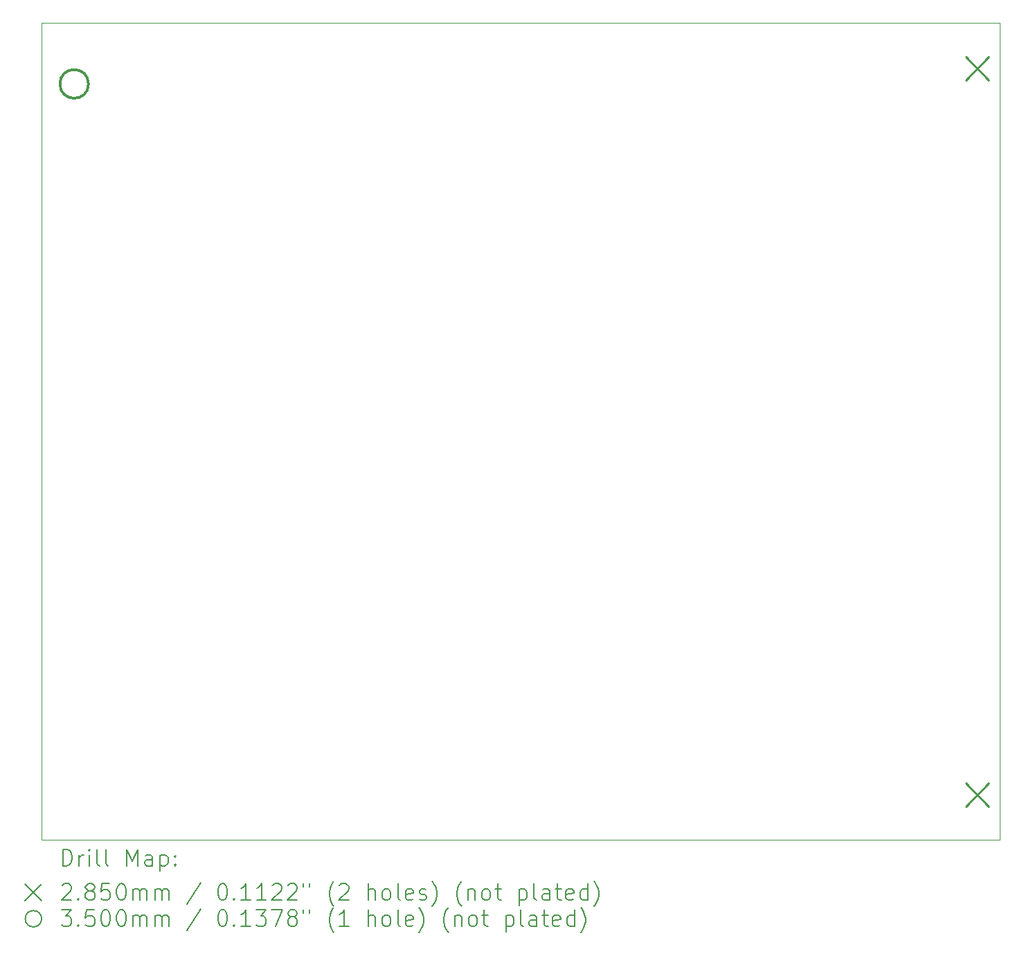
<source format=gbr>
%TF.GenerationSoftware,KiCad,Pcbnew,9.0.0*%
%TF.CreationDate,2025-03-11T15:52:01-04:00*%
%TF.ProjectId,BidenCard,42696465-6e43-4617-9264-2e6b69636164,rev?*%
%TF.SameCoordinates,Original*%
%TF.FileFunction,Drillmap*%
%TF.FilePolarity,Positive*%
%FSLAX45Y45*%
G04 Gerber Fmt 4.5, Leading zero omitted, Abs format (unit mm)*
G04 Created by KiCad (PCBNEW 9.0.0) date 2025-03-11 15:52:01*
%MOMM*%
%LPD*%
G01*
G04 APERTURE LIST*
%ADD10C,0.050000*%
%ADD11C,0.200000*%
%ADD12C,0.285000*%
%ADD13C,0.350000*%
G04 APERTURE END LIST*
D10*
X7262648Y-4243207D02*
X18977648Y-4243207D01*
X18977648Y-14243207D01*
X7262648Y-14243207D01*
X7262648Y-4243207D01*
D11*
D12*
X18559648Y-4658707D02*
X18844648Y-4943707D01*
X18844648Y-4658707D02*
X18559648Y-4943707D01*
X18559648Y-13548707D02*
X18844648Y-13833707D01*
X18844648Y-13548707D02*
X18559648Y-13833707D01*
D13*
X7834148Y-4988560D02*
G75*
G02*
X7484148Y-4988560I-175000J0D01*
G01*
X7484148Y-4988560D02*
G75*
G02*
X7834148Y-4988560I175000J0D01*
G01*
D11*
X7520924Y-14557191D02*
X7520924Y-14357191D01*
X7520924Y-14357191D02*
X7568543Y-14357191D01*
X7568543Y-14357191D02*
X7597115Y-14366715D01*
X7597115Y-14366715D02*
X7616162Y-14385763D01*
X7616162Y-14385763D02*
X7625686Y-14404810D01*
X7625686Y-14404810D02*
X7635210Y-14442905D01*
X7635210Y-14442905D02*
X7635210Y-14471477D01*
X7635210Y-14471477D02*
X7625686Y-14509572D01*
X7625686Y-14509572D02*
X7616162Y-14528620D01*
X7616162Y-14528620D02*
X7597115Y-14547667D01*
X7597115Y-14547667D02*
X7568543Y-14557191D01*
X7568543Y-14557191D02*
X7520924Y-14557191D01*
X7720924Y-14557191D02*
X7720924Y-14423858D01*
X7720924Y-14461953D02*
X7730448Y-14442905D01*
X7730448Y-14442905D02*
X7739972Y-14433382D01*
X7739972Y-14433382D02*
X7759020Y-14423858D01*
X7759020Y-14423858D02*
X7778067Y-14423858D01*
X7844734Y-14557191D02*
X7844734Y-14423858D01*
X7844734Y-14357191D02*
X7835210Y-14366715D01*
X7835210Y-14366715D02*
X7844734Y-14376239D01*
X7844734Y-14376239D02*
X7854258Y-14366715D01*
X7854258Y-14366715D02*
X7844734Y-14357191D01*
X7844734Y-14357191D02*
X7844734Y-14376239D01*
X7968543Y-14557191D02*
X7949496Y-14547667D01*
X7949496Y-14547667D02*
X7939972Y-14528620D01*
X7939972Y-14528620D02*
X7939972Y-14357191D01*
X8073305Y-14557191D02*
X8054258Y-14547667D01*
X8054258Y-14547667D02*
X8044734Y-14528620D01*
X8044734Y-14528620D02*
X8044734Y-14357191D01*
X8301877Y-14557191D02*
X8301877Y-14357191D01*
X8301877Y-14357191D02*
X8368543Y-14500048D01*
X8368543Y-14500048D02*
X8435210Y-14357191D01*
X8435210Y-14357191D02*
X8435210Y-14557191D01*
X8616163Y-14557191D02*
X8616163Y-14452429D01*
X8616163Y-14452429D02*
X8606639Y-14433382D01*
X8606639Y-14433382D02*
X8587591Y-14423858D01*
X8587591Y-14423858D02*
X8549496Y-14423858D01*
X8549496Y-14423858D02*
X8530448Y-14433382D01*
X8616163Y-14547667D02*
X8597115Y-14557191D01*
X8597115Y-14557191D02*
X8549496Y-14557191D01*
X8549496Y-14557191D02*
X8530448Y-14547667D01*
X8530448Y-14547667D02*
X8520924Y-14528620D01*
X8520924Y-14528620D02*
X8520924Y-14509572D01*
X8520924Y-14509572D02*
X8530448Y-14490524D01*
X8530448Y-14490524D02*
X8549496Y-14481001D01*
X8549496Y-14481001D02*
X8597115Y-14481001D01*
X8597115Y-14481001D02*
X8616163Y-14471477D01*
X8711401Y-14423858D02*
X8711401Y-14623858D01*
X8711401Y-14433382D02*
X8730448Y-14423858D01*
X8730448Y-14423858D02*
X8768544Y-14423858D01*
X8768544Y-14423858D02*
X8787591Y-14433382D01*
X8787591Y-14433382D02*
X8797115Y-14442905D01*
X8797115Y-14442905D02*
X8806639Y-14461953D01*
X8806639Y-14461953D02*
X8806639Y-14519096D01*
X8806639Y-14519096D02*
X8797115Y-14538143D01*
X8797115Y-14538143D02*
X8787591Y-14547667D01*
X8787591Y-14547667D02*
X8768544Y-14557191D01*
X8768544Y-14557191D02*
X8730448Y-14557191D01*
X8730448Y-14557191D02*
X8711401Y-14547667D01*
X8892353Y-14538143D02*
X8901877Y-14547667D01*
X8901877Y-14547667D02*
X8892353Y-14557191D01*
X8892353Y-14557191D02*
X8882829Y-14547667D01*
X8882829Y-14547667D02*
X8892353Y-14538143D01*
X8892353Y-14538143D02*
X8892353Y-14557191D01*
X8892353Y-14433382D02*
X8901877Y-14442905D01*
X8901877Y-14442905D02*
X8892353Y-14452429D01*
X8892353Y-14452429D02*
X8882829Y-14442905D01*
X8882829Y-14442905D02*
X8892353Y-14433382D01*
X8892353Y-14433382D02*
X8892353Y-14452429D01*
X7060148Y-14785707D02*
X7260148Y-14985707D01*
X7260148Y-14785707D02*
X7060148Y-14985707D01*
X7511401Y-14796239D02*
X7520924Y-14786715D01*
X7520924Y-14786715D02*
X7539972Y-14777191D01*
X7539972Y-14777191D02*
X7587591Y-14777191D01*
X7587591Y-14777191D02*
X7606639Y-14786715D01*
X7606639Y-14786715D02*
X7616162Y-14796239D01*
X7616162Y-14796239D02*
X7625686Y-14815286D01*
X7625686Y-14815286D02*
X7625686Y-14834334D01*
X7625686Y-14834334D02*
X7616162Y-14862905D01*
X7616162Y-14862905D02*
X7501877Y-14977191D01*
X7501877Y-14977191D02*
X7625686Y-14977191D01*
X7711401Y-14958143D02*
X7720924Y-14967667D01*
X7720924Y-14967667D02*
X7711401Y-14977191D01*
X7711401Y-14977191D02*
X7701877Y-14967667D01*
X7701877Y-14967667D02*
X7711401Y-14958143D01*
X7711401Y-14958143D02*
X7711401Y-14977191D01*
X7835210Y-14862905D02*
X7816162Y-14853382D01*
X7816162Y-14853382D02*
X7806639Y-14843858D01*
X7806639Y-14843858D02*
X7797115Y-14824810D01*
X7797115Y-14824810D02*
X7797115Y-14815286D01*
X7797115Y-14815286D02*
X7806639Y-14796239D01*
X7806639Y-14796239D02*
X7816162Y-14786715D01*
X7816162Y-14786715D02*
X7835210Y-14777191D01*
X7835210Y-14777191D02*
X7873305Y-14777191D01*
X7873305Y-14777191D02*
X7892353Y-14786715D01*
X7892353Y-14786715D02*
X7901877Y-14796239D01*
X7901877Y-14796239D02*
X7911401Y-14815286D01*
X7911401Y-14815286D02*
X7911401Y-14824810D01*
X7911401Y-14824810D02*
X7901877Y-14843858D01*
X7901877Y-14843858D02*
X7892353Y-14853382D01*
X7892353Y-14853382D02*
X7873305Y-14862905D01*
X7873305Y-14862905D02*
X7835210Y-14862905D01*
X7835210Y-14862905D02*
X7816162Y-14872429D01*
X7816162Y-14872429D02*
X7806639Y-14881953D01*
X7806639Y-14881953D02*
X7797115Y-14901001D01*
X7797115Y-14901001D02*
X7797115Y-14939096D01*
X7797115Y-14939096D02*
X7806639Y-14958143D01*
X7806639Y-14958143D02*
X7816162Y-14967667D01*
X7816162Y-14967667D02*
X7835210Y-14977191D01*
X7835210Y-14977191D02*
X7873305Y-14977191D01*
X7873305Y-14977191D02*
X7892353Y-14967667D01*
X7892353Y-14967667D02*
X7901877Y-14958143D01*
X7901877Y-14958143D02*
X7911401Y-14939096D01*
X7911401Y-14939096D02*
X7911401Y-14901001D01*
X7911401Y-14901001D02*
X7901877Y-14881953D01*
X7901877Y-14881953D02*
X7892353Y-14872429D01*
X7892353Y-14872429D02*
X7873305Y-14862905D01*
X8092353Y-14777191D02*
X7997115Y-14777191D01*
X7997115Y-14777191D02*
X7987591Y-14872429D01*
X7987591Y-14872429D02*
X7997115Y-14862905D01*
X7997115Y-14862905D02*
X8016162Y-14853382D01*
X8016162Y-14853382D02*
X8063782Y-14853382D01*
X8063782Y-14853382D02*
X8082829Y-14862905D01*
X8082829Y-14862905D02*
X8092353Y-14872429D01*
X8092353Y-14872429D02*
X8101877Y-14891477D01*
X8101877Y-14891477D02*
X8101877Y-14939096D01*
X8101877Y-14939096D02*
X8092353Y-14958143D01*
X8092353Y-14958143D02*
X8082829Y-14967667D01*
X8082829Y-14967667D02*
X8063782Y-14977191D01*
X8063782Y-14977191D02*
X8016162Y-14977191D01*
X8016162Y-14977191D02*
X7997115Y-14967667D01*
X7997115Y-14967667D02*
X7987591Y-14958143D01*
X8225686Y-14777191D02*
X8244734Y-14777191D01*
X8244734Y-14777191D02*
X8263782Y-14786715D01*
X8263782Y-14786715D02*
X8273305Y-14796239D01*
X8273305Y-14796239D02*
X8282829Y-14815286D01*
X8282829Y-14815286D02*
X8292353Y-14853382D01*
X8292353Y-14853382D02*
X8292353Y-14901001D01*
X8292353Y-14901001D02*
X8282829Y-14939096D01*
X8282829Y-14939096D02*
X8273305Y-14958143D01*
X8273305Y-14958143D02*
X8263782Y-14967667D01*
X8263782Y-14967667D02*
X8244734Y-14977191D01*
X8244734Y-14977191D02*
X8225686Y-14977191D01*
X8225686Y-14977191D02*
X8206639Y-14967667D01*
X8206639Y-14967667D02*
X8197115Y-14958143D01*
X8197115Y-14958143D02*
X8187591Y-14939096D01*
X8187591Y-14939096D02*
X8178067Y-14901001D01*
X8178067Y-14901001D02*
X8178067Y-14853382D01*
X8178067Y-14853382D02*
X8187591Y-14815286D01*
X8187591Y-14815286D02*
X8197115Y-14796239D01*
X8197115Y-14796239D02*
X8206639Y-14786715D01*
X8206639Y-14786715D02*
X8225686Y-14777191D01*
X8378067Y-14977191D02*
X8378067Y-14843858D01*
X8378067Y-14862905D02*
X8387591Y-14853382D01*
X8387591Y-14853382D02*
X8406639Y-14843858D01*
X8406639Y-14843858D02*
X8435210Y-14843858D01*
X8435210Y-14843858D02*
X8454258Y-14853382D01*
X8454258Y-14853382D02*
X8463782Y-14872429D01*
X8463782Y-14872429D02*
X8463782Y-14977191D01*
X8463782Y-14872429D02*
X8473305Y-14853382D01*
X8473305Y-14853382D02*
X8492353Y-14843858D01*
X8492353Y-14843858D02*
X8520924Y-14843858D01*
X8520924Y-14843858D02*
X8539972Y-14853382D01*
X8539972Y-14853382D02*
X8549496Y-14872429D01*
X8549496Y-14872429D02*
X8549496Y-14977191D01*
X8644734Y-14977191D02*
X8644734Y-14843858D01*
X8644734Y-14862905D02*
X8654258Y-14853382D01*
X8654258Y-14853382D02*
X8673305Y-14843858D01*
X8673305Y-14843858D02*
X8701877Y-14843858D01*
X8701877Y-14843858D02*
X8720925Y-14853382D01*
X8720925Y-14853382D02*
X8730448Y-14872429D01*
X8730448Y-14872429D02*
X8730448Y-14977191D01*
X8730448Y-14872429D02*
X8739972Y-14853382D01*
X8739972Y-14853382D02*
X8759020Y-14843858D01*
X8759020Y-14843858D02*
X8787591Y-14843858D01*
X8787591Y-14843858D02*
X8806639Y-14853382D01*
X8806639Y-14853382D02*
X8816163Y-14872429D01*
X8816163Y-14872429D02*
X8816163Y-14977191D01*
X9206639Y-14767667D02*
X9035210Y-15024810D01*
X9463782Y-14777191D02*
X9482829Y-14777191D01*
X9482829Y-14777191D02*
X9501877Y-14786715D01*
X9501877Y-14786715D02*
X9511401Y-14796239D01*
X9511401Y-14796239D02*
X9520925Y-14815286D01*
X9520925Y-14815286D02*
X9530448Y-14853382D01*
X9530448Y-14853382D02*
X9530448Y-14901001D01*
X9530448Y-14901001D02*
X9520925Y-14939096D01*
X9520925Y-14939096D02*
X9511401Y-14958143D01*
X9511401Y-14958143D02*
X9501877Y-14967667D01*
X9501877Y-14967667D02*
X9482829Y-14977191D01*
X9482829Y-14977191D02*
X9463782Y-14977191D01*
X9463782Y-14977191D02*
X9444734Y-14967667D01*
X9444734Y-14967667D02*
X9435210Y-14958143D01*
X9435210Y-14958143D02*
X9425687Y-14939096D01*
X9425687Y-14939096D02*
X9416163Y-14901001D01*
X9416163Y-14901001D02*
X9416163Y-14853382D01*
X9416163Y-14853382D02*
X9425687Y-14815286D01*
X9425687Y-14815286D02*
X9435210Y-14796239D01*
X9435210Y-14796239D02*
X9444734Y-14786715D01*
X9444734Y-14786715D02*
X9463782Y-14777191D01*
X9616163Y-14958143D02*
X9625687Y-14967667D01*
X9625687Y-14967667D02*
X9616163Y-14977191D01*
X9616163Y-14977191D02*
X9606639Y-14967667D01*
X9606639Y-14967667D02*
X9616163Y-14958143D01*
X9616163Y-14958143D02*
X9616163Y-14977191D01*
X9816163Y-14977191D02*
X9701877Y-14977191D01*
X9759020Y-14977191D02*
X9759020Y-14777191D01*
X9759020Y-14777191D02*
X9739972Y-14805763D01*
X9739972Y-14805763D02*
X9720925Y-14824810D01*
X9720925Y-14824810D02*
X9701877Y-14834334D01*
X10006639Y-14977191D02*
X9892353Y-14977191D01*
X9949496Y-14977191D02*
X9949496Y-14777191D01*
X9949496Y-14777191D02*
X9930448Y-14805763D01*
X9930448Y-14805763D02*
X9911401Y-14824810D01*
X9911401Y-14824810D02*
X9892353Y-14834334D01*
X10082829Y-14796239D02*
X10092353Y-14786715D01*
X10092353Y-14786715D02*
X10111401Y-14777191D01*
X10111401Y-14777191D02*
X10159020Y-14777191D01*
X10159020Y-14777191D02*
X10178068Y-14786715D01*
X10178068Y-14786715D02*
X10187591Y-14796239D01*
X10187591Y-14796239D02*
X10197115Y-14815286D01*
X10197115Y-14815286D02*
X10197115Y-14834334D01*
X10197115Y-14834334D02*
X10187591Y-14862905D01*
X10187591Y-14862905D02*
X10073306Y-14977191D01*
X10073306Y-14977191D02*
X10197115Y-14977191D01*
X10273306Y-14796239D02*
X10282829Y-14786715D01*
X10282829Y-14786715D02*
X10301877Y-14777191D01*
X10301877Y-14777191D02*
X10349496Y-14777191D01*
X10349496Y-14777191D02*
X10368544Y-14786715D01*
X10368544Y-14786715D02*
X10378068Y-14796239D01*
X10378068Y-14796239D02*
X10387591Y-14815286D01*
X10387591Y-14815286D02*
X10387591Y-14834334D01*
X10387591Y-14834334D02*
X10378068Y-14862905D01*
X10378068Y-14862905D02*
X10263782Y-14977191D01*
X10263782Y-14977191D02*
X10387591Y-14977191D01*
X10463782Y-14777191D02*
X10463782Y-14815286D01*
X10539972Y-14777191D02*
X10539972Y-14815286D01*
X10835211Y-15053382D02*
X10825687Y-15043858D01*
X10825687Y-15043858D02*
X10806639Y-15015286D01*
X10806639Y-15015286D02*
X10797115Y-14996239D01*
X10797115Y-14996239D02*
X10787591Y-14967667D01*
X10787591Y-14967667D02*
X10778068Y-14920048D01*
X10778068Y-14920048D02*
X10778068Y-14881953D01*
X10778068Y-14881953D02*
X10787591Y-14834334D01*
X10787591Y-14834334D02*
X10797115Y-14805763D01*
X10797115Y-14805763D02*
X10806639Y-14786715D01*
X10806639Y-14786715D02*
X10825687Y-14758143D01*
X10825687Y-14758143D02*
X10835211Y-14748620D01*
X10901877Y-14796239D02*
X10911401Y-14786715D01*
X10911401Y-14786715D02*
X10930449Y-14777191D01*
X10930449Y-14777191D02*
X10978068Y-14777191D01*
X10978068Y-14777191D02*
X10997115Y-14786715D01*
X10997115Y-14786715D02*
X11006639Y-14796239D01*
X11006639Y-14796239D02*
X11016163Y-14815286D01*
X11016163Y-14815286D02*
X11016163Y-14834334D01*
X11016163Y-14834334D02*
X11006639Y-14862905D01*
X11006639Y-14862905D02*
X10892353Y-14977191D01*
X10892353Y-14977191D02*
X11016163Y-14977191D01*
X11254258Y-14977191D02*
X11254258Y-14777191D01*
X11339972Y-14977191D02*
X11339972Y-14872429D01*
X11339972Y-14872429D02*
X11330449Y-14853382D01*
X11330449Y-14853382D02*
X11311401Y-14843858D01*
X11311401Y-14843858D02*
X11282829Y-14843858D01*
X11282829Y-14843858D02*
X11263782Y-14853382D01*
X11263782Y-14853382D02*
X11254258Y-14862905D01*
X11463782Y-14977191D02*
X11444734Y-14967667D01*
X11444734Y-14967667D02*
X11435210Y-14958143D01*
X11435210Y-14958143D02*
X11425687Y-14939096D01*
X11425687Y-14939096D02*
X11425687Y-14881953D01*
X11425687Y-14881953D02*
X11435210Y-14862905D01*
X11435210Y-14862905D02*
X11444734Y-14853382D01*
X11444734Y-14853382D02*
X11463782Y-14843858D01*
X11463782Y-14843858D02*
X11492353Y-14843858D01*
X11492353Y-14843858D02*
X11511401Y-14853382D01*
X11511401Y-14853382D02*
X11520925Y-14862905D01*
X11520925Y-14862905D02*
X11530449Y-14881953D01*
X11530449Y-14881953D02*
X11530449Y-14939096D01*
X11530449Y-14939096D02*
X11520925Y-14958143D01*
X11520925Y-14958143D02*
X11511401Y-14967667D01*
X11511401Y-14967667D02*
X11492353Y-14977191D01*
X11492353Y-14977191D02*
X11463782Y-14977191D01*
X11644734Y-14977191D02*
X11625687Y-14967667D01*
X11625687Y-14967667D02*
X11616163Y-14948620D01*
X11616163Y-14948620D02*
X11616163Y-14777191D01*
X11797115Y-14967667D02*
X11778068Y-14977191D01*
X11778068Y-14977191D02*
X11739972Y-14977191D01*
X11739972Y-14977191D02*
X11720925Y-14967667D01*
X11720925Y-14967667D02*
X11711401Y-14948620D01*
X11711401Y-14948620D02*
X11711401Y-14872429D01*
X11711401Y-14872429D02*
X11720925Y-14853382D01*
X11720925Y-14853382D02*
X11739972Y-14843858D01*
X11739972Y-14843858D02*
X11778068Y-14843858D01*
X11778068Y-14843858D02*
X11797115Y-14853382D01*
X11797115Y-14853382D02*
X11806639Y-14872429D01*
X11806639Y-14872429D02*
X11806639Y-14891477D01*
X11806639Y-14891477D02*
X11711401Y-14910524D01*
X11882830Y-14967667D02*
X11901877Y-14977191D01*
X11901877Y-14977191D02*
X11939972Y-14977191D01*
X11939972Y-14977191D02*
X11959020Y-14967667D01*
X11959020Y-14967667D02*
X11968544Y-14948620D01*
X11968544Y-14948620D02*
X11968544Y-14939096D01*
X11968544Y-14939096D02*
X11959020Y-14920048D01*
X11959020Y-14920048D02*
X11939972Y-14910524D01*
X11939972Y-14910524D02*
X11911401Y-14910524D01*
X11911401Y-14910524D02*
X11892353Y-14901001D01*
X11892353Y-14901001D02*
X11882830Y-14881953D01*
X11882830Y-14881953D02*
X11882830Y-14872429D01*
X11882830Y-14872429D02*
X11892353Y-14853382D01*
X11892353Y-14853382D02*
X11911401Y-14843858D01*
X11911401Y-14843858D02*
X11939972Y-14843858D01*
X11939972Y-14843858D02*
X11959020Y-14853382D01*
X12035211Y-15053382D02*
X12044734Y-15043858D01*
X12044734Y-15043858D02*
X12063782Y-15015286D01*
X12063782Y-15015286D02*
X12073306Y-14996239D01*
X12073306Y-14996239D02*
X12082830Y-14967667D01*
X12082830Y-14967667D02*
X12092353Y-14920048D01*
X12092353Y-14920048D02*
X12092353Y-14881953D01*
X12092353Y-14881953D02*
X12082830Y-14834334D01*
X12082830Y-14834334D02*
X12073306Y-14805763D01*
X12073306Y-14805763D02*
X12063782Y-14786715D01*
X12063782Y-14786715D02*
X12044734Y-14758143D01*
X12044734Y-14758143D02*
X12035211Y-14748620D01*
X12397115Y-15053382D02*
X12387591Y-15043858D01*
X12387591Y-15043858D02*
X12368544Y-15015286D01*
X12368544Y-15015286D02*
X12359020Y-14996239D01*
X12359020Y-14996239D02*
X12349496Y-14967667D01*
X12349496Y-14967667D02*
X12339972Y-14920048D01*
X12339972Y-14920048D02*
X12339972Y-14881953D01*
X12339972Y-14881953D02*
X12349496Y-14834334D01*
X12349496Y-14834334D02*
X12359020Y-14805763D01*
X12359020Y-14805763D02*
X12368544Y-14786715D01*
X12368544Y-14786715D02*
X12387591Y-14758143D01*
X12387591Y-14758143D02*
X12397115Y-14748620D01*
X12473306Y-14843858D02*
X12473306Y-14977191D01*
X12473306Y-14862905D02*
X12482830Y-14853382D01*
X12482830Y-14853382D02*
X12501877Y-14843858D01*
X12501877Y-14843858D02*
X12530449Y-14843858D01*
X12530449Y-14843858D02*
X12549496Y-14853382D01*
X12549496Y-14853382D02*
X12559020Y-14872429D01*
X12559020Y-14872429D02*
X12559020Y-14977191D01*
X12682830Y-14977191D02*
X12663782Y-14967667D01*
X12663782Y-14967667D02*
X12654258Y-14958143D01*
X12654258Y-14958143D02*
X12644734Y-14939096D01*
X12644734Y-14939096D02*
X12644734Y-14881953D01*
X12644734Y-14881953D02*
X12654258Y-14862905D01*
X12654258Y-14862905D02*
X12663782Y-14853382D01*
X12663782Y-14853382D02*
X12682830Y-14843858D01*
X12682830Y-14843858D02*
X12711401Y-14843858D01*
X12711401Y-14843858D02*
X12730449Y-14853382D01*
X12730449Y-14853382D02*
X12739972Y-14862905D01*
X12739972Y-14862905D02*
X12749496Y-14881953D01*
X12749496Y-14881953D02*
X12749496Y-14939096D01*
X12749496Y-14939096D02*
X12739972Y-14958143D01*
X12739972Y-14958143D02*
X12730449Y-14967667D01*
X12730449Y-14967667D02*
X12711401Y-14977191D01*
X12711401Y-14977191D02*
X12682830Y-14977191D01*
X12806639Y-14843858D02*
X12882830Y-14843858D01*
X12835211Y-14777191D02*
X12835211Y-14948620D01*
X12835211Y-14948620D02*
X12844734Y-14967667D01*
X12844734Y-14967667D02*
X12863782Y-14977191D01*
X12863782Y-14977191D02*
X12882830Y-14977191D01*
X13101877Y-14843858D02*
X13101877Y-15043858D01*
X13101877Y-14853382D02*
X13120925Y-14843858D01*
X13120925Y-14843858D02*
X13159020Y-14843858D01*
X13159020Y-14843858D02*
X13178068Y-14853382D01*
X13178068Y-14853382D02*
X13187592Y-14862905D01*
X13187592Y-14862905D02*
X13197115Y-14881953D01*
X13197115Y-14881953D02*
X13197115Y-14939096D01*
X13197115Y-14939096D02*
X13187592Y-14958143D01*
X13187592Y-14958143D02*
X13178068Y-14967667D01*
X13178068Y-14967667D02*
X13159020Y-14977191D01*
X13159020Y-14977191D02*
X13120925Y-14977191D01*
X13120925Y-14977191D02*
X13101877Y-14967667D01*
X13311401Y-14977191D02*
X13292353Y-14967667D01*
X13292353Y-14967667D02*
X13282830Y-14948620D01*
X13282830Y-14948620D02*
X13282830Y-14777191D01*
X13473306Y-14977191D02*
X13473306Y-14872429D01*
X13473306Y-14872429D02*
X13463782Y-14853382D01*
X13463782Y-14853382D02*
X13444734Y-14843858D01*
X13444734Y-14843858D02*
X13406639Y-14843858D01*
X13406639Y-14843858D02*
X13387592Y-14853382D01*
X13473306Y-14967667D02*
X13454258Y-14977191D01*
X13454258Y-14977191D02*
X13406639Y-14977191D01*
X13406639Y-14977191D02*
X13387592Y-14967667D01*
X13387592Y-14967667D02*
X13378068Y-14948620D01*
X13378068Y-14948620D02*
X13378068Y-14929572D01*
X13378068Y-14929572D02*
X13387592Y-14910524D01*
X13387592Y-14910524D02*
X13406639Y-14901001D01*
X13406639Y-14901001D02*
X13454258Y-14901001D01*
X13454258Y-14901001D02*
X13473306Y-14891477D01*
X13539973Y-14843858D02*
X13616163Y-14843858D01*
X13568544Y-14777191D02*
X13568544Y-14948620D01*
X13568544Y-14948620D02*
X13578068Y-14967667D01*
X13578068Y-14967667D02*
X13597115Y-14977191D01*
X13597115Y-14977191D02*
X13616163Y-14977191D01*
X13759020Y-14967667D02*
X13739973Y-14977191D01*
X13739973Y-14977191D02*
X13701877Y-14977191D01*
X13701877Y-14977191D02*
X13682830Y-14967667D01*
X13682830Y-14967667D02*
X13673306Y-14948620D01*
X13673306Y-14948620D02*
X13673306Y-14872429D01*
X13673306Y-14872429D02*
X13682830Y-14853382D01*
X13682830Y-14853382D02*
X13701877Y-14843858D01*
X13701877Y-14843858D02*
X13739973Y-14843858D01*
X13739973Y-14843858D02*
X13759020Y-14853382D01*
X13759020Y-14853382D02*
X13768544Y-14872429D01*
X13768544Y-14872429D02*
X13768544Y-14891477D01*
X13768544Y-14891477D02*
X13673306Y-14910524D01*
X13939973Y-14977191D02*
X13939973Y-14777191D01*
X13939973Y-14967667D02*
X13920925Y-14977191D01*
X13920925Y-14977191D02*
X13882830Y-14977191D01*
X13882830Y-14977191D02*
X13863782Y-14967667D01*
X13863782Y-14967667D02*
X13854258Y-14958143D01*
X13854258Y-14958143D02*
X13844734Y-14939096D01*
X13844734Y-14939096D02*
X13844734Y-14881953D01*
X13844734Y-14881953D02*
X13854258Y-14862905D01*
X13854258Y-14862905D02*
X13863782Y-14853382D01*
X13863782Y-14853382D02*
X13882830Y-14843858D01*
X13882830Y-14843858D02*
X13920925Y-14843858D01*
X13920925Y-14843858D02*
X13939973Y-14853382D01*
X14016163Y-15053382D02*
X14025687Y-15043858D01*
X14025687Y-15043858D02*
X14044734Y-15015286D01*
X14044734Y-15015286D02*
X14054258Y-14996239D01*
X14054258Y-14996239D02*
X14063782Y-14967667D01*
X14063782Y-14967667D02*
X14073306Y-14920048D01*
X14073306Y-14920048D02*
X14073306Y-14881953D01*
X14073306Y-14881953D02*
X14063782Y-14834334D01*
X14063782Y-14834334D02*
X14054258Y-14805763D01*
X14054258Y-14805763D02*
X14044734Y-14786715D01*
X14044734Y-14786715D02*
X14025687Y-14758143D01*
X14025687Y-14758143D02*
X14016163Y-14748620D01*
X7260148Y-15205707D02*
G75*
G02*
X7060148Y-15205707I-100000J0D01*
G01*
X7060148Y-15205707D02*
G75*
G02*
X7260148Y-15205707I100000J0D01*
G01*
X7501877Y-15097191D02*
X7625686Y-15097191D01*
X7625686Y-15097191D02*
X7559020Y-15173382D01*
X7559020Y-15173382D02*
X7587591Y-15173382D01*
X7587591Y-15173382D02*
X7606639Y-15182905D01*
X7606639Y-15182905D02*
X7616162Y-15192429D01*
X7616162Y-15192429D02*
X7625686Y-15211477D01*
X7625686Y-15211477D02*
X7625686Y-15259096D01*
X7625686Y-15259096D02*
X7616162Y-15278143D01*
X7616162Y-15278143D02*
X7606639Y-15287667D01*
X7606639Y-15287667D02*
X7587591Y-15297191D01*
X7587591Y-15297191D02*
X7530448Y-15297191D01*
X7530448Y-15297191D02*
X7511401Y-15287667D01*
X7511401Y-15287667D02*
X7501877Y-15278143D01*
X7711401Y-15278143D02*
X7720924Y-15287667D01*
X7720924Y-15287667D02*
X7711401Y-15297191D01*
X7711401Y-15297191D02*
X7701877Y-15287667D01*
X7701877Y-15287667D02*
X7711401Y-15278143D01*
X7711401Y-15278143D02*
X7711401Y-15297191D01*
X7901877Y-15097191D02*
X7806639Y-15097191D01*
X7806639Y-15097191D02*
X7797115Y-15192429D01*
X7797115Y-15192429D02*
X7806639Y-15182905D01*
X7806639Y-15182905D02*
X7825686Y-15173382D01*
X7825686Y-15173382D02*
X7873305Y-15173382D01*
X7873305Y-15173382D02*
X7892353Y-15182905D01*
X7892353Y-15182905D02*
X7901877Y-15192429D01*
X7901877Y-15192429D02*
X7911401Y-15211477D01*
X7911401Y-15211477D02*
X7911401Y-15259096D01*
X7911401Y-15259096D02*
X7901877Y-15278143D01*
X7901877Y-15278143D02*
X7892353Y-15287667D01*
X7892353Y-15287667D02*
X7873305Y-15297191D01*
X7873305Y-15297191D02*
X7825686Y-15297191D01*
X7825686Y-15297191D02*
X7806639Y-15287667D01*
X7806639Y-15287667D02*
X7797115Y-15278143D01*
X8035210Y-15097191D02*
X8054258Y-15097191D01*
X8054258Y-15097191D02*
X8073305Y-15106715D01*
X8073305Y-15106715D02*
X8082829Y-15116239D01*
X8082829Y-15116239D02*
X8092353Y-15135286D01*
X8092353Y-15135286D02*
X8101877Y-15173382D01*
X8101877Y-15173382D02*
X8101877Y-15221001D01*
X8101877Y-15221001D02*
X8092353Y-15259096D01*
X8092353Y-15259096D02*
X8082829Y-15278143D01*
X8082829Y-15278143D02*
X8073305Y-15287667D01*
X8073305Y-15287667D02*
X8054258Y-15297191D01*
X8054258Y-15297191D02*
X8035210Y-15297191D01*
X8035210Y-15297191D02*
X8016162Y-15287667D01*
X8016162Y-15287667D02*
X8006639Y-15278143D01*
X8006639Y-15278143D02*
X7997115Y-15259096D01*
X7997115Y-15259096D02*
X7987591Y-15221001D01*
X7987591Y-15221001D02*
X7987591Y-15173382D01*
X7987591Y-15173382D02*
X7997115Y-15135286D01*
X7997115Y-15135286D02*
X8006639Y-15116239D01*
X8006639Y-15116239D02*
X8016162Y-15106715D01*
X8016162Y-15106715D02*
X8035210Y-15097191D01*
X8225686Y-15097191D02*
X8244734Y-15097191D01*
X8244734Y-15097191D02*
X8263782Y-15106715D01*
X8263782Y-15106715D02*
X8273305Y-15116239D01*
X8273305Y-15116239D02*
X8282829Y-15135286D01*
X8282829Y-15135286D02*
X8292353Y-15173382D01*
X8292353Y-15173382D02*
X8292353Y-15221001D01*
X8292353Y-15221001D02*
X8282829Y-15259096D01*
X8282829Y-15259096D02*
X8273305Y-15278143D01*
X8273305Y-15278143D02*
X8263782Y-15287667D01*
X8263782Y-15287667D02*
X8244734Y-15297191D01*
X8244734Y-15297191D02*
X8225686Y-15297191D01*
X8225686Y-15297191D02*
X8206639Y-15287667D01*
X8206639Y-15287667D02*
X8197115Y-15278143D01*
X8197115Y-15278143D02*
X8187591Y-15259096D01*
X8187591Y-15259096D02*
X8178067Y-15221001D01*
X8178067Y-15221001D02*
X8178067Y-15173382D01*
X8178067Y-15173382D02*
X8187591Y-15135286D01*
X8187591Y-15135286D02*
X8197115Y-15116239D01*
X8197115Y-15116239D02*
X8206639Y-15106715D01*
X8206639Y-15106715D02*
X8225686Y-15097191D01*
X8378067Y-15297191D02*
X8378067Y-15163858D01*
X8378067Y-15182905D02*
X8387591Y-15173382D01*
X8387591Y-15173382D02*
X8406639Y-15163858D01*
X8406639Y-15163858D02*
X8435210Y-15163858D01*
X8435210Y-15163858D02*
X8454258Y-15173382D01*
X8454258Y-15173382D02*
X8463782Y-15192429D01*
X8463782Y-15192429D02*
X8463782Y-15297191D01*
X8463782Y-15192429D02*
X8473305Y-15173382D01*
X8473305Y-15173382D02*
X8492353Y-15163858D01*
X8492353Y-15163858D02*
X8520924Y-15163858D01*
X8520924Y-15163858D02*
X8539972Y-15173382D01*
X8539972Y-15173382D02*
X8549496Y-15192429D01*
X8549496Y-15192429D02*
X8549496Y-15297191D01*
X8644734Y-15297191D02*
X8644734Y-15163858D01*
X8644734Y-15182905D02*
X8654258Y-15173382D01*
X8654258Y-15173382D02*
X8673305Y-15163858D01*
X8673305Y-15163858D02*
X8701877Y-15163858D01*
X8701877Y-15163858D02*
X8720925Y-15173382D01*
X8720925Y-15173382D02*
X8730448Y-15192429D01*
X8730448Y-15192429D02*
X8730448Y-15297191D01*
X8730448Y-15192429D02*
X8739972Y-15173382D01*
X8739972Y-15173382D02*
X8759020Y-15163858D01*
X8759020Y-15163858D02*
X8787591Y-15163858D01*
X8787591Y-15163858D02*
X8806639Y-15173382D01*
X8806639Y-15173382D02*
X8816163Y-15192429D01*
X8816163Y-15192429D02*
X8816163Y-15297191D01*
X9206639Y-15087667D02*
X9035210Y-15344810D01*
X9463782Y-15097191D02*
X9482829Y-15097191D01*
X9482829Y-15097191D02*
X9501877Y-15106715D01*
X9501877Y-15106715D02*
X9511401Y-15116239D01*
X9511401Y-15116239D02*
X9520925Y-15135286D01*
X9520925Y-15135286D02*
X9530448Y-15173382D01*
X9530448Y-15173382D02*
X9530448Y-15221001D01*
X9530448Y-15221001D02*
X9520925Y-15259096D01*
X9520925Y-15259096D02*
X9511401Y-15278143D01*
X9511401Y-15278143D02*
X9501877Y-15287667D01*
X9501877Y-15287667D02*
X9482829Y-15297191D01*
X9482829Y-15297191D02*
X9463782Y-15297191D01*
X9463782Y-15297191D02*
X9444734Y-15287667D01*
X9444734Y-15287667D02*
X9435210Y-15278143D01*
X9435210Y-15278143D02*
X9425687Y-15259096D01*
X9425687Y-15259096D02*
X9416163Y-15221001D01*
X9416163Y-15221001D02*
X9416163Y-15173382D01*
X9416163Y-15173382D02*
X9425687Y-15135286D01*
X9425687Y-15135286D02*
X9435210Y-15116239D01*
X9435210Y-15116239D02*
X9444734Y-15106715D01*
X9444734Y-15106715D02*
X9463782Y-15097191D01*
X9616163Y-15278143D02*
X9625687Y-15287667D01*
X9625687Y-15287667D02*
X9616163Y-15297191D01*
X9616163Y-15297191D02*
X9606639Y-15287667D01*
X9606639Y-15287667D02*
X9616163Y-15278143D01*
X9616163Y-15278143D02*
X9616163Y-15297191D01*
X9816163Y-15297191D02*
X9701877Y-15297191D01*
X9759020Y-15297191D02*
X9759020Y-15097191D01*
X9759020Y-15097191D02*
X9739972Y-15125763D01*
X9739972Y-15125763D02*
X9720925Y-15144810D01*
X9720925Y-15144810D02*
X9701877Y-15154334D01*
X9882829Y-15097191D02*
X10006639Y-15097191D01*
X10006639Y-15097191D02*
X9939972Y-15173382D01*
X9939972Y-15173382D02*
X9968544Y-15173382D01*
X9968544Y-15173382D02*
X9987591Y-15182905D01*
X9987591Y-15182905D02*
X9997115Y-15192429D01*
X9997115Y-15192429D02*
X10006639Y-15211477D01*
X10006639Y-15211477D02*
X10006639Y-15259096D01*
X10006639Y-15259096D02*
X9997115Y-15278143D01*
X9997115Y-15278143D02*
X9987591Y-15287667D01*
X9987591Y-15287667D02*
X9968544Y-15297191D01*
X9968544Y-15297191D02*
X9911401Y-15297191D01*
X9911401Y-15297191D02*
X9892353Y-15287667D01*
X9892353Y-15287667D02*
X9882829Y-15278143D01*
X10073306Y-15097191D02*
X10206639Y-15097191D01*
X10206639Y-15097191D02*
X10120925Y-15297191D01*
X10311401Y-15182905D02*
X10292353Y-15173382D01*
X10292353Y-15173382D02*
X10282829Y-15163858D01*
X10282829Y-15163858D02*
X10273306Y-15144810D01*
X10273306Y-15144810D02*
X10273306Y-15135286D01*
X10273306Y-15135286D02*
X10282829Y-15116239D01*
X10282829Y-15116239D02*
X10292353Y-15106715D01*
X10292353Y-15106715D02*
X10311401Y-15097191D01*
X10311401Y-15097191D02*
X10349496Y-15097191D01*
X10349496Y-15097191D02*
X10368544Y-15106715D01*
X10368544Y-15106715D02*
X10378068Y-15116239D01*
X10378068Y-15116239D02*
X10387591Y-15135286D01*
X10387591Y-15135286D02*
X10387591Y-15144810D01*
X10387591Y-15144810D02*
X10378068Y-15163858D01*
X10378068Y-15163858D02*
X10368544Y-15173382D01*
X10368544Y-15173382D02*
X10349496Y-15182905D01*
X10349496Y-15182905D02*
X10311401Y-15182905D01*
X10311401Y-15182905D02*
X10292353Y-15192429D01*
X10292353Y-15192429D02*
X10282829Y-15201953D01*
X10282829Y-15201953D02*
X10273306Y-15221001D01*
X10273306Y-15221001D02*
X10273306Y-15259096D01*
X10273306Y-15259096D02*
X10282829Y-15278143D01*
X10282829Y-15278143D02*
X10292353Y-15287667D01*
X10292353Y-15287667D02*
X10311401Y-15297191D01*
X10311401Y-15297191D02*
X10349496Y-15297191D01*
X10349496Y-15297191D02*
X10368544Y-15287667D01*
X10368544Y-15287667D02*
X10378068Y-15278143D01*
X10378068Y-15278143D02*
X10387591Y-15259096D01*
X10387591Y-15259096D02*
X10387591Y-15221001D01*
X10387591Y-15221001D02*
X10378068Y-15201953D01*
X10378068Y-15201953D02*
X10368544Y-15192429D01*
X10368544Y-15192429D02*
X10349496Y-15182905D01*
X10463782Y-15097191D02*
X10463782Y-15135286D01*
X10539972Y-15097191D02*
X10539972Y-15135286D01*
X10835211Y-15373382D02*
X10825687Y-15363858D01*
X10825687Y-15363858D02*
X10806639Y-15335286D01*
X10806639Y-15335286D02*
X10797115Y-15316239D01*
X10797115Y-15316239D02*
X10787591Y-15287667D01*
X10787591Y-15287667D02*
X10778068Y-15240048D01*
X10778068Y-15240048D02*
X10778068Y-15201953D01*
X10778068Y-15201953D02*
X10787591Y-15154334D01*
X10787591Y-15154334D02*
X10797115Y-15125763D01*
X10797115Y-15125763D02*
X10806639Y-15106715D01*
X10806639Y-15106715D02*
X10825687Y-15078143D01*
X10825687Y-15078143D02*
X10835211Y-15068620D01*
X11016163Y-15297191D02*
X10901877Y-15297191D01*
X10959020Y-15297191D02*
X10959020Y-15097191D01*
X10959020Y-15097191D02*
X10939972Y-15125763D01*
X10939972Y-15125763D02*
X10920925Y-15144810D01*
X10920925Y-15144810D02*
X10901877Y-15154334D01*
X11254258Y-15297191D02*
X11254258Y-15097191D01*
X11339972Y-15297191D02*
X11339972Y-15192429D01*
X11339972Y-15192429D02*
X11330449Y-15173382D01*
X11330449Y-15173382D02*
X11311401Y-15163858D01*
X11311401Y-15163858D02*
X11282829Y-15163858D01*
X11282829Y-15163858D02*
X11263782Y-15173382D01*
X11263782Y-15173382D02*
X11254258Y-15182905D01*
X11463782Y-15297191D02*
X11444734Y-15287667D01*
X11444734Y-15287667D02*
X11435210Y-15278143D01*
X11435210Y-15278143D02*
X11425687Y-15259096D01*
X11425687Y-15259096D02*
X11425687Y-15201953D01*
X11425687Y-15201953D02*
X11435210Y-15182905D01*
X11435210Y-15182905D02*
X11444734Y-15173382D01*
X11444734Y-15173382D02*
X11463782Y-15163858D01*
X11463782Y-15163858D02*
X11492353Y-15163858D01*
X11492353Y-15163858D02*
X11511401Y-15173382D01*
X11511401Y-15173382D02*
X11520925Y-15182905D01*
X11520925Y-15182905D02*
X11530449Y-15201953D01*
X11530449Y-15201953D02*
X11530449Y-15259096D01*
X11530449Y-15259096D02*
X11520925Y-15278143D01*
X11520925Y-15278143D02*
X11511401Y-15287667D01*
X11511401Y-15287667D02*
X11492353Y-15297191D01*
X11492353Y-15297191D02*
X11463782Y-15297191D01*
X11644734Y-15297191D02*
X11625687Y-15287667D01*
X11625687Y-15287667D02*
X11616163Y-15268620D01*
X11616163Y-15268620D02*
X11616163Y-15097191D01*
X11797115Y-15287667D02*
X11778068Y-15297191D01*
X11778068Y-15297191D02*
X11739972Y-15297191D01*
X11739972Y-15297191D02*
X11720925Y-15287667D01*
X11720925Y-15287667D02*
X11711401Y-15268620D01*
X11711401Y-15268620D02*
X11711401Y-15192429D01*
X11711401Y-15192429D02*
X11720925Y-15173382D01*
X11720925Y-15173382D02*
X11739972Y-15163858D01*
X11739972Y-15163858D02*
X11778068Y-15163858D01*
X11778068Y-15163858D02*
X11797115Y-15173382D01*
X11797115Y-15173382D02*
X11806639Y-15192429D01*
X11806639Y-15192429D02*
X11806639Y-15211477D01*
X11806639Y-15211477D02*
X11711401Y-15230524D01*
X11873306Y-15373382D02*
X11882830Y-15363858D01*
X11882830Y-15363858D02*
X11901877Y-15335286D01*
X11901877Y-15335286D02*
X11911401Y-15316239D01*
X11911401Y-15316239D02*
X11920925Y-15287667D01*
X11920925Y-15287667D02*
X11930449Y-15240048D01*
X11930449Y-15240048D02*
X11930449Y-15201953D01*
X11930449Y-15201953D02*
X11920925Y-15154334D01*
X11920925Y-15154334D02*
X11911401Y-15125763D01*
X11911401Y-15125763D02*
X11901877Y-15106715D01*
X11901877Y-15106715D02*
X11882830Y-15078143D01*
X11882830Y-15078143D02*
X11873306Y-15068620D01*
X12235211Y-15373382D02*
X12225687Y-15363858D01*
X12225687Y-15363858D02*
X12206639Y-15335286D01*
X12206639Y-15335286D02*
X12197115Y-15316239D01*
X12197115Y-15316239D02*
X12187591Y-15287667D01*
X12187591Y-15287667D02*
X12178068Y-15240048D01*
X12178068Y-15240048D02*
X12178068Y-15201953D01*
X12178068Y-15201953D02*
X12187591Y-15154334D01*
X12187591Y-15154334D02*
X12197115Y-15125763D01*
X12197115Y-15125763D02*
X12206639Y-15106715D01*
X12206639Y-15106715D02*
X12225687Y-15078143D01*
X12225687Y-15078143D02*
X12235211Y-15068620D01*
X12311401Y-15163858D02*
X12311401Y-15297191D01*
X12311401Y-15182905D02*
X12320925Y-15173382D01*
X12320925Y-15173382D02*
X12339972Y-15163858D01*
X12339972Y-15163858D02*
X12368544Y-15163858D01*
X12368544Y-15163858D02*
X12387591Y-15173382D01*
X12387591Y-15173382D02*
X12397115Y-15192429D01*
X12397115Y-15192429D02*
X12397115Y-15297191D01*
X12520925Y-15297191D02*
X12501877Y-15287667D01*
X12501877Y-15287667D02*
X12492353Y-15278143D01*
X12492353Y-15278143D02*
X12482830Y-15259096D01*
X12482830Y-15259096D02*
X12482830Y-15201953D01*
X12482830Y-15201953D02*
X12492353Y-15182905D01*
X12492353Y-15182905D02*
X12501877Y-15173382D01*
X12501877Y-15173382D02*
X12520925Y-15163858D01*
X12520925Y-15163858D02*
X12549496Y-15163858D01*
X12549496Y-15163858D02*
X12568544Y-15173382D01*
X12568544Y-15173382D02*
X12578068Y-15182905D01*
X12578068Y-15182905D02*
X12587591Y-15201953D01*
X12587591Y-15201953D02*
X12587591Y-15259096D01*
X12587591Y-15259096D02*
X12578068Y-15278143D01*
X12578068Y-15278143D02*
X12568544Y-15287667D01*
X12568544Y-15287667D02*
X12549496Y-15297191D01*
X12549496Y-15297191D02*
X12520925Y-15297191D01*
X12644734Y-15163858D02*
X12720925Y-15163858D01*
X12673306Y-15097191D02*
X12673306Y-15268620D01*
X12673306Y-15268620D02*
X12682830Y-15287667D01*
X12682830Y-15287667D02*
X12701877Y-15297191D01*
X12701877Y-15297191D02*
X12720925Y-15297191D01*
X12939972Y-15163858D02*
X12939972Y-15363858D01*
X12939972Y-15173382D02*
X12959020Y-15163858D01*
X12959020Y-15163858D02*
X12997115Y-15163858D01*
X12997115Y-15163858D02*
X13016163Y-15173382D01*
X13016163Y-15173382D02*
X13025687Y-15182905D01*
X13025687Y-15182905D02*
X13035211Y-15201953D01*
X13035211Y-15201953D02*
X13035211Y-15259096D01*
X13035211Y-15259096D02*
X13025687Y-15278143D01*
X13025687Y-15278143D02*
X13016163Y-15287667D01*
X13016163Y-15287667D02*
X12997115Y-15297191D01*
X12997115Y-15297191D02*
X12959020Y-15297191D01*
X12959020Y-15297191D02*
X12939972Y-15287667D01*
X13149496Y-15297191D02*
X13130449Y-15287667D01*
X13130449Y-15287667D02*
X13120925Y-15268620D01*
X13120925Y-15268620D02*
X13120925Y-15097191D01*
X13311401Y-15297191D02*
X13311401Y-15192429D01*
X13311401Y-15192429D02*
X13301877Y-15173382D01*
X13301877Y-15173382D02*
X13282830Y-15163858D01*
X13282830Y-15163858D02*
X13244734Y-15163858D01*
X13244734Y-15163858D02*
X13225687Y-15173382D01*
X13311401Y-15287667D02*
X13292353Y-15297191D01*
X13292353Y-15297191D02*
X13244734Y-15297191D01*
X13244734Y-15297191D02*
X13225687Y-15287667D01*
X13225687Y-15287667D02*
X13216163Y-15268620D01*
X13216163Y-15268620D02*
X13216163Y-15249572D01*
X13216163Y-15249572D02*
X13225687Y-15230524D01*
X13225687Y-15230524D02*
X13244734Y-15221001D01*
X13244734Y-15221001D02*
X13292353Y-15221001D01*
X13292353Y-15221001D02*
X13311401Y-15211477D01*
X13378068Y-15163858D02*
X13454258Y-15163858D01*
X13406639Y-15097191D02*
X13406639Y-15268620D01*
X13406639Y-15268620D02*
X13416163Y-15287667D01*
X13416163Y-15287667D02*
X13435211Y-15297191D01*
X13435211Y-15297191D02*
X13454258Y-15297191D01*
X13597115Y-15287667D02*
X13578068Y-15297191D01*
X13578068Y-15297191D02*
X13539972Y-15297191D01*
X13539972Y-15297191D02*
X13520925Y-15287667D01*
X13520925Y-15287667D02*
X13511401Y-15268620D01*
X13511401Y-15268620D02*
X13511401Y-15192429D01*
X13511401Y-15192429D02*
X13520925Y-15173382D01*
X13520925Y-15173382D02*
X13539972Y-15163858D01*
X13539972Y-15163858D02*
X13578068Y-15163858D01*
X13578068Y-15163858D02*
X13597115Y-15173382D01*
X13597115Y-15173382D02*
X13606639Y-15192429D01*
X13606639Y-15192429D02*
X13606639Y-15211477D01*
X13606639Y-15211477D02*
X13511401Y-15230524D01*
X13778068Y-15297191D02*
X13778068Y-15097191D01*
X13778068Y-15287667D02*
X13759020Y-15297191D01*
X13759020Y-15297191D02*
X13720925Y-15297191D01*
X13720925Y-15297191D02*
X13701877Y-15287667D01*
X13701877Y-15287667D02*
X13692353Y-15278143D01*
X13692353Y-15278143D02*
X13682830Y-15259096D01*
X13682830Y-15259096D02*
X13682830Y-15201953D01*
X13682830Y-15201953D02*
X13692353Y-15182905D01*
X13692353Y-15182905D02*
X13701877Y-15173382D01*
X13701877Y-15173382D02*
X13720925Y-15163858D01*
X13720925Y-15163858D02*
X13759020Y-15163858D01*
X13759020Y-15163858D02*
X13778068Y-15173382D01*
X13854258Y-15373382D02*
X13863782Y-15363858D01*
X13863782Y-15363858D02*
X13882830Y-15335286D01*
X13882830Y-15335286D02*
X13892353Y-15316239D01*
X13892353Y-15316239D02*
X13901877Y-15287667D01*
X13901877Y-15287667D02*
X13911401Y-15240048D01*
X13911401Y-15240048D02*
X13911401Y-15201953D01*
X13911401Y-15201953D02*
X13901877Y-15154334D01*
X13901877Y-15154334D02*
X13892353Y-15125763D01*
X13892353Y-15125763D02*
X13882830Y-15106715D01*
X13882830Y-15106715D02*
X13863782Y-15078143D01*
X13863782Y-15078143D02*
X13854258Y-15068620D01*
M02*

</source>
